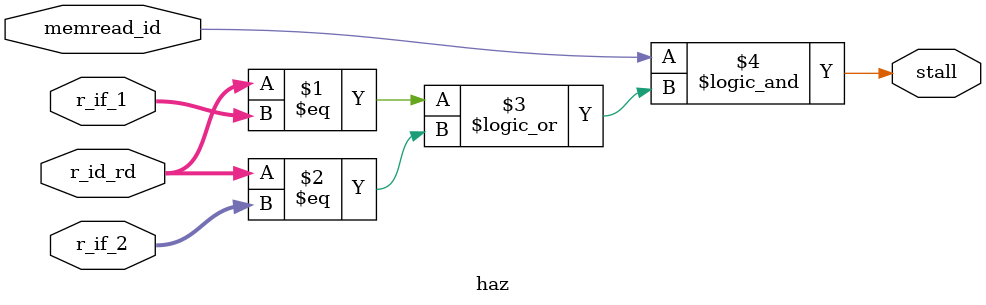
<source format=v>
module haz(
    input memread_id, // Whether a read from memory is occuring in the EX stage (IDEX flop)
    input [2:0] r_id_rd, // Destination of the read from memory
    input [2:0] r_if_1, /// Two possible regs that could be impacted by the read
    input [2:0] r_if_2, /// (Second reg)
    output stall // Whether to stall in decode
);

assign stall = memread_id && ((r_id_rd == r_if_1) || (r_id_rd == r_if_2));

endmodule
</source>
